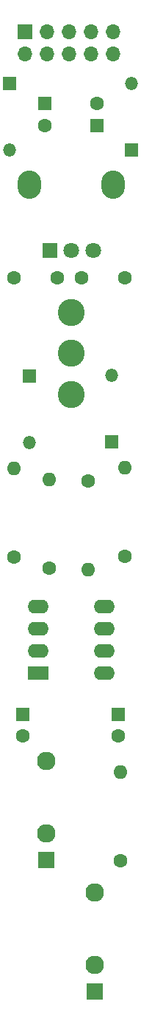
<source format=gbs>
G04 #@! TF.GenerationSoftware,KiCad,Pcbnew,(5.1.10)-1*
G04 #@! TF.CreationDate,2021-10-06T14:43:23-05:00*
G04 #@! TF.ProjectId,Slew Limiter Board,536c6577-204c-4696-9d69-74657220426f,1.0*
G04 #@! TF.SameCoordinates,Original*
G04 #@! TF.FileFunction,Soldermask,Bot*
G04 #@! TF.FilePolarity,Negative*
%FSLAX46Y46*%
G04 Gerber Fmt 4.6, Leading zero omitted, Abs format (unit mm)*
G04 Created by KiCad (PCBNEW (5.1.10)-1) date 2021-10-06 14:43:23*
%MOMM*%
%LPD*%
G01*
G04 APERTURE LIST*
%ADD10C,2.130000*%
%ADD11R,1.930000X1.830000*%
%ADD12R,1.800000X1.800000*%
%ADD13C,1.800000*%
%ADD14O,2.720000X3.240000*%
%ADD15O,1.600000X1.600000*%
%ADD16C,1.600000*%
%ADD17O,1.700000X1.700000*%
%ADD18R,1.700000X1.700000*%
%ADD19R,1.500000X1.500000*%
%ADD20O,1.500000X1.500000*%
%ADD21R,1.600000X1.600000*%
%ADD22O,2.400000X1.600000*%
%ADD23R,2.400000X1.600000*%
%ADD24C,3.100000*%
G04 APERTURE END LIST*
D10*
X147720000Y-128060000D03*
D11*
X147720000Y-139460000D03*
D10*
X147720000Y-136360000D03*
D12*
X148082000Y-69596000D03*
D13*
X150582000Y-69596000D03*
X153082000Y-69596000D03*
D14*
X155382000Y-62096000D03*
X145782000Y-62096000D03*
D15*
X152500000Y-106160000D03*
D16*
X152500000Y-96000000D03*
X156750000Y-72750000D03*
X151750000Y-72750000D03*
X149000000Y-72750000D03*
X144000000Y-72750000D03*
D17*
X155410000Y-47040000D03*
X155410000Y-44500000D03*
X152870000Y-47040000D03*
X152870000Y-44500000D03*
X150330000Y-47040000D03*
X150330000Y-44500000D03*
X147790000Y-47040000D03*
X147790000Y-44500000D03*
X145250000Y-47040000D03*
D18*
X145250000Y-44500000D03*
D15*
X156250000Y-129340000D03*
D16*
X156250000Y-139500000D03*
D15*
X156750000Y-94500000D03*
D16*
X156750000Y-104660000D03*
D15*
X148000000Y-95840000D03*
D16*
X148000000Y-106000000D03*
D15*
X144000000Y-94590000D03*
D16*
X144000000Y-104750000D03*
D19*
X157500000Y-58120000D03*
D20*
X157500000Y-50500000D03*
D19*
X143500000Y-50500000D03*
D20*
X143500000Y-58120000D03*
X145750000Y-91620000D03*
D19*
X145750000Y-84000000D03*
D20*
X155250000Y-83880000D03*
D19*
X155250000Y-91500000D03*
D21*
X153500000Y-55250000D03*
D16*
X153500000Y-52750000D03*
D21*
X147500000Y-52750000D03*
D16*
X147500000Y-55250000D03*
X145000000Y-125250000D03*
D21*
X145000000Y-122750000D03*
D16*
X156000000Y-125250000D03*
D21*
X156000000Y-122750000D03*
D22*
X154370000Y-118000000D03*
X146750000Y-110380000D03*
X154370000Y-115460000D03*
X146750000Y-112920000D03*
X154370000Y-112920000D03*
X146750000Y-115460000D03*
X154370000Y-110380000D03*
D23*
X146750000Y-118000000D03*
D24*
X150575000Y-81375000D03*
X150575000Y-86075000D03*
X150575000Y-76675000D03*
D10*
X153280000Y-143130000D03*
D11*
X153280000Y-154530000D03*
D10*
X153280000Y-151430000D03*
M02*

</source>
